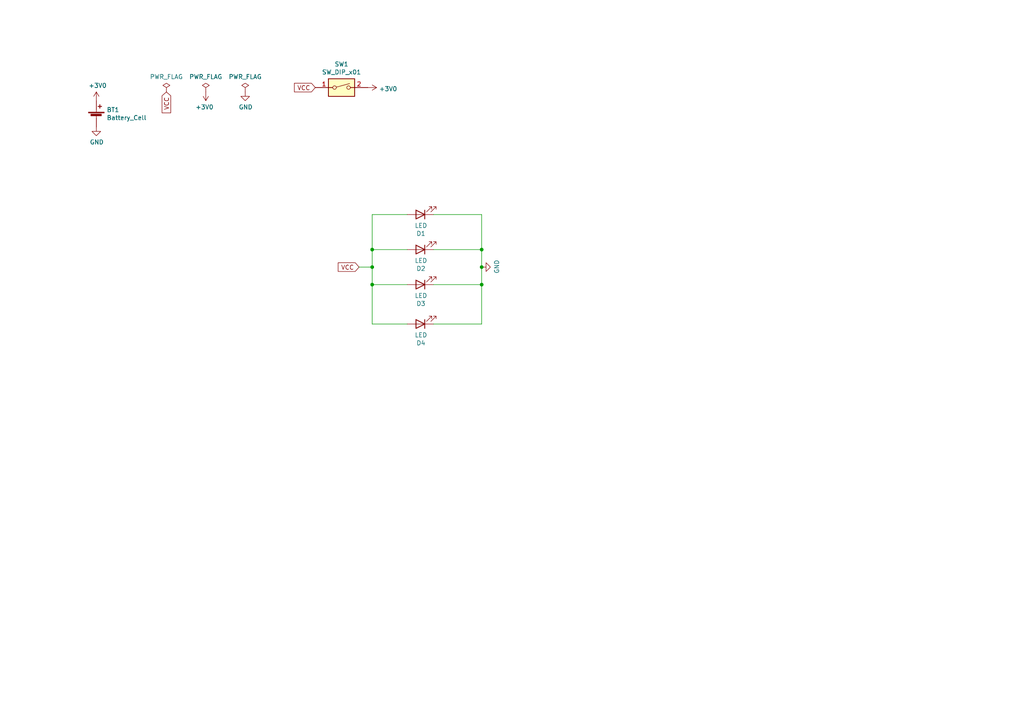
<source format=kicad_sch>
(kicad_sch (version 20211123) (generator eeschema)
  (paper "A4")
  (lib_symbols
    (symbol "Device:Battery_Cell" (pin_numbers hide) (pin_names (offset 0) hide)
      (property "Reference" "BT" (at 2.54 2.54 0))
      (property "Value" "Battery_Cell" (at 2.54 0 0))
      (symbol "Battery_Cell_0_1"
        (rectangle (start -2.286 1.778) (end 2.286 1.524) (fill (type outline)))
        (rectangle (start -1.5748 1.1938) (end 1.4732 0.6858) (fill (type outline)))
        (polyline (pts (xy 0 0.762) (xy 0 0)))
        (polyline (pts (xy 0 1.778) (xy 0 2.54)))
        (polyline (pts (xy 0.508 3.429) (xy 1.524 3.429)) (stroke (width 0.254)))
        (polyline (pts (xy 1.016 3.937) (xy 1.016 2.921)) (stroke (width 0.254)))
      )
      (symbol "Battery_Cell_1_1"
        (pin passive line (at 0 5.08 270) (length 2.54) (name "+") (number "1"))
        (pin passive line (at 0 -2.54 90) (length 2.54) (name "-") (number "2"))
      )
    )
    (symbol "Device:LED" (pin_numbers hide) (pin_names (offset 1.016) hide)
      (property "Reference" "D" (at 0 2.54 0))
      (property "Value" "LED" (at 0 -2.54 0))
      (symbol "LED_0_1"
        (polyline (pts (xy -1.27 -1.27) (xy -1.27 1.27)) (stroke (width 0.254)))
        (polyline (pts (xy -1.27 0) (xy 1.27 0)))
        (polyline (pts (xy 1.27 -1.27) (xy 1.27 1.27) (xy -1.27 0) (xy 1.27 -1.27)) (stroke (width 0.254)))
        (polyline (pts (xy -3.048 -0.762) (xy -4.572 -2.286) (xy -3.81 -2.286) (xy -4.572 -2.286) (xy -4.572 -1.524)))
        (polyline (pts (xy -1.778 -0.762) (xy -3.302 -2.286) (xy -2.54 -2.286) (xy -3.302 -2.286) (xy -3.302 -1.524)))
      )
      (symbol "LED_1_1"
        (pin passive line (at -3.81 0 0) (length 2.54) (name "K") (number "1"))
        (pin passive line (at 3.81 0 180) (length 2.54) (name "A") (number "2"))
      )
    )
    (symbol "Switch:SW_DIP_x01" (pin_names (offset 0) hide)
      (property "Reference" "SW" (at 0 3.81 0))
      (property "Value" "SW_DIP_x01" (at 0 -3.81 0))
      (symbol "SW_DIP_x01_0_0"
        (circle (center -2.032 0) (radius 0.508))
        (polyline (pts (xy -1.524 0.127) (xy 2.3622 1.1684)))
        (circle (center 2.032 0) (radius 0.508))
      )
      (symbol "SW_DIP_x01_0_1"
        (rectangle (start -3.81 2.54) (end 3.81 -2.54) (stroke (width 0.254)) (fill (type background)))
      )
      (symbol "SW_DIP_x01_1_1"
        (pin passive line (at -7.62 0 0) (length 5.08) (name "~") (number "1"))
        (pin passive line (at 7.62 0 180) (length 5.08) (name "~") (number "2"))
      )
    )
    (symbol "power:+3V0" (power) (pin_names (offset 0))
      (property "Value" "+3V0" (at 0 3.556 0))
      (symbol "+3V0_0_1"
        (polyline (pts (xy -0.762 1.27) (xy 0 2.54)))
        (polyline (pts (xy 0 0) (xy 0 2.54)))
        (polyline (pts (xy 0 2.54) (xy 0.762 1.27)))
      )
      (symbol "+3V0_1_1"
        (pin power_in line (at 0 0 90) (length 0) hide (name "+3V0") (number "1"))
      )
    )
    (symbol "power:GND" (power) (pin_names (offset 0))
      (property "Value" "GND" (at 0 -3.81 0))
      (symbol "GND_0_1"
        (polyline (pts (xy 0 0) (xy 0 -1.27) (xy 1.27 -1.27) (xy 0 -2.54) (xy -1.27 -1.27) (xy 0 -1.27)))
      )
      (symbol "GND_1_1"
        (pin power_in line (at 0 0 270) (length 0) hide (name "GND") (number "1"))
      )
    )
    (symbol "power:PWR_FLAG" (power) (pin_numbers hide) (pin_names (offset 0) hide)
      (property "Value" "PWR_FLAG" (at 0 3.81 0))
      (symbol "PWR_FLAG_0_0"
        (pin power_out line (at 0 0 90) (length 0) (name "pwr") (number "1"))
      )
      (symbol "PWR_FLAG_0_1"
        (polyline (pts (xy 0 0) (xy 0 1.27) (xy -1.016 1.905) (xy 0 2.54) (xy 1.016 1.905) (xy 0 1.27)))
      )
    )
  )
  (junction (at 107.95 77.47))
  (junction (at 139.7 72.39))
  (junction (at 107.95 72.39))
  (junction (at 107.95 82.55))
  (junction (at 139.7 82.55))
  (junction (at 139.7 77.47))
  (wire (pts (xy 107.95 82.55) (xy 107.95 77.47)))
  (wire (pts (xy 139.7 72.39) (xy 139.7 77.47)))
  (wire (pts (xy 107.95 77.47) (xy 104.14 77.47)))
  (wire (pts (xy 125.73 82.55) (xy 139.7 82.55)))
  (wire (pts (xy 107.95 72.39) (xy 107.95 77.47)))
  (wire (pts (xy 118.11 72.39) (xy 107.95 72.39)))
  (wire (pts (xy 107.95 62.23) (xy 107.95 72.39)))
  (wire (pts (xy 107.95 93.98) (xy 107.95 82.55)))
  (wire (pts (xy 139.7 62.23) (xy 139.7 72.39)))
  (wire (pts (xy 118.11 82.55) (xy 107.95 82.55)))
  (wire (pts (xy 125.73 72.39) (xy 139.7 72.39)))
  (wire (pts (xy 125.73 93.98) (xy 139.7 93.98)))
  (wire (pts (xy 118.11 93.98) (xy 107.95 93.98)))
  (wire (pts (xy 139.7 82.55) (xy 139.7 77.47)))
  (wire (pts (xy 118.11 62.23) (xy 107.95 62.23)))
  (wire (pts (xy 139.7 62.23) (xy 125.73 62.23)))
  (wire (pts (xy 139.7 93.98) (xy 139.7 82.55)))
  (global_label "VCC" (shape input) (at 48.26 26.67 270) (property "Intersheet References" "${INTERSHEET_REFS}" (effects hide)))
  (global_label "VCC" (shape input) (at 104.14 77.47 180) (property "Intersheet References" "${INTERSHEET_REFS}" (effects hide)))
  (global_label "VCC" (shape input) (at 91.44 25.4 180) (property "Intersheet References" "${INTERSHEET_REFS}" (effects hide)))
  (symbol (lib_id "Device:Battery_Cell") (at 27.94 34.29 0) (unit 1)
    (property "Reference" "BT1" (at 30.9372 31.8516 0) (effects (justify left)))
    (property "Value" "Battery_Cell" (at 30.9372 34.163 0) (effects (justify left)))
    (property "Footprint" "Battery:BatteryHolder_Keystone_1060_1x2032" (effects hide))
  )
  (symbol (lib_id "power:GND") (at 27.94 36.83 0) (unit 1)
    (property "Reference" "#PWR02" (effects hide))
    (property "Value" "GND" (at 28.067 41.2242 0))
  )
  (symbol (lib_id "power:+3V0") (at 27.94 29.21 0) (unit 1)
    (property "Reference" "#PWR01" (effects hide))
    (property "Value" "+3V0" (at 28.321 24.8158 0))
  )
  (symbol (lib_id "power:PWR_FLAG") (at 48.26 26.67 0) (unit 1)
    (property "Reference" "#FLG01" (effects hide))
    (property "Value" "PWR_FLAG" (at 48.26 22.2758 0))
  )
  (symbol (lib_id "power:PWR_FLAG") (at 59.69 26.67 0) (unit 1)
    (property "Reference" "#FLG02" (effects hide))
    (property "Value" "PWR_FLAG" (at 59.69 22.2758 0))
  )
  (symbol (lib_id "power:+3V0") (at 59.69 26.67 180) (unit 1)
    (property "Reference" "#PWR03" (effects hide))
    (property "Value" "+3V0" (at 59.309 31.0642 0))
  )
  (symbol (lib_id "power:PWR_FLAG") (at 71.12 26.67 0) (unit 1)
    (property "Reference" "#FLG03" (effects hide))
    (property "Value" "PWR_FLAG" (at 71.12 22.2758 0))
  )
  (symbol (lib_id "power:GND") (at 71.12 26.67 0) (unit 1)
    (property "Reference" "#PWR04" (effects hide))
    (property "Value" "GND" (at 71.247 31.0642 0))
  )
  (symbol (lib_id "Switch:SW_DIP_x01") (at 99.06 25.4 0) (unit 1)
    (property "Reference" "SW1" (at 99.06 18.6182 0))
    (property "Value" "SW_DIP_x01" (at 99.06 20.9296 0))
    (property "Footprint" "Binary_Kitchen:Push_Button" (effects hide))
  )
  (symbol (lib_id "power:+3V0") (at 106.68 25.4 270) (unit 1)
    (property "Reference" "#PWR05" (effects hide))
    (property "Value" "+3V0" (at 109.9312 25.781 90) (effects (justify left)))
  )
  (symbol (lib_id "Device:LED") (at 121.92 62.23 180) (unit 1)
    (property "Reference" "D1" (at 122.0978 67.7418 0))
    (property "Value" "LED" (at 122.0978 65.4304 0))
    (property "Footprint" "Binary_Kitchen:5mm_SMD-Pad" (effects hide))
  )
  (symbol (lib_id "Device:LED") (at 121.92 72.39 180) (unit 1)
    (property "Reference" "D2" (at 122.0978 77.9018 0))
    (property "Value" "LED" (at 122.0978 75.5904 0))
    (property "Footprint" "Binary_Kitchen:5mm_SMD-Pad" (effects hide))
  )
  (symbol (lib_id "Device:LED") (at 121.92 82.55 180) (unit 1)
    (property "Reference" "D3" (at 122.0978 88.0618 0))
    (property "Value" "LED" (at 122.0978 85.7504 0))
    (property "Footprint" "Binary_Kitchen:5mm_SMD-Pad" (effects hide))
  )
  (symbol (lib_id "Device:LED") (at 121.92 93.98 180) (unit 1)
    (property "Reference" "D4" (at 122.0978 99.4918 0))
    (property "Value" "LED" (at 122.0978 97.1804 0))
    (property "Footprint" "Binary_Kitchen:5mm_SMD-Pad" (effects hide))
  )
  (symbol (lib_id "power:GND") (at 139.7 77.47 90) (unit 1)
    (property "Reference" "#PWR06" (effects hide))
    (property "Value" "GND" (at 144.0942 77.343 0))
  )
)
</source>
